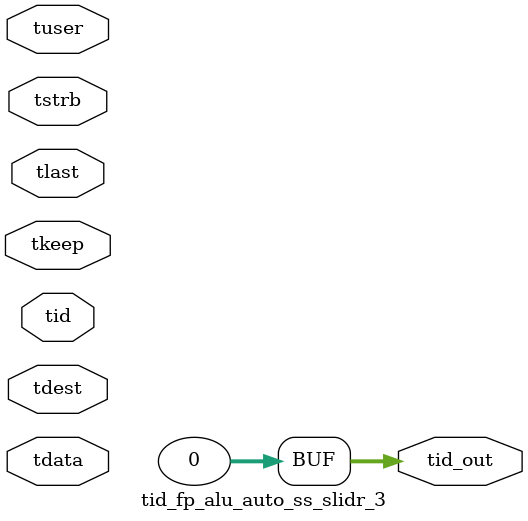
<source format=v>


`timescale 1ps/1ps

module tid_fp_alu_auto_ss_slidr_3 #
(
parameter C_S_AXIS_TID_WIDTH   = 1,
parameter C_S_AXIS_TUSER_WIDTH = 0,
parameter C_S_AXIS_TDATA_WIDTH = 0,
parameter C_S_AXIS_TDEST_WIDTH = 0,
parameter C_M_AXIS_TID_WIDTH   = 32
)
(
input  [(C_S_AXIS_TID_WIDTH   == 0 ? 1 : C_S_AXIS_TID_WIDTH)-1:0       ] tid,
input  [(C_S_AXIS_TDATA_WIDTH == 0 ? 1 : C_S_AXIS_TDATA_WIDTH)-1:0     ] tdata,
input  [(C_S_AXIS_TUSER_WIDTH == 0 ? 1 : C_S_AXIS_TUSER_WIDTH)-1:0     ] tuser,
input  [(C_S_AXIS_TDEST_WIDTH == 0 ? 1 : C_S_AXIS_TDEST_WIDTH)-1:0     ] tdest,
input  [(C_S_AXIS_TDATA_WIDTH/8)-1:0 ] tkeep,
input  [(C_S_AXIS_TDATA_WIDTH/8)-1:0 ] tstrb,
input                                                                    tlast,
output [(C_M_AXIS_TID_WIDTH   == 0 ? 1 : C_M_AXIS_TID_WIDTH)-1:0       ] tid_out
);

assign tid_out = {1'b0};

endmodule


</source>
